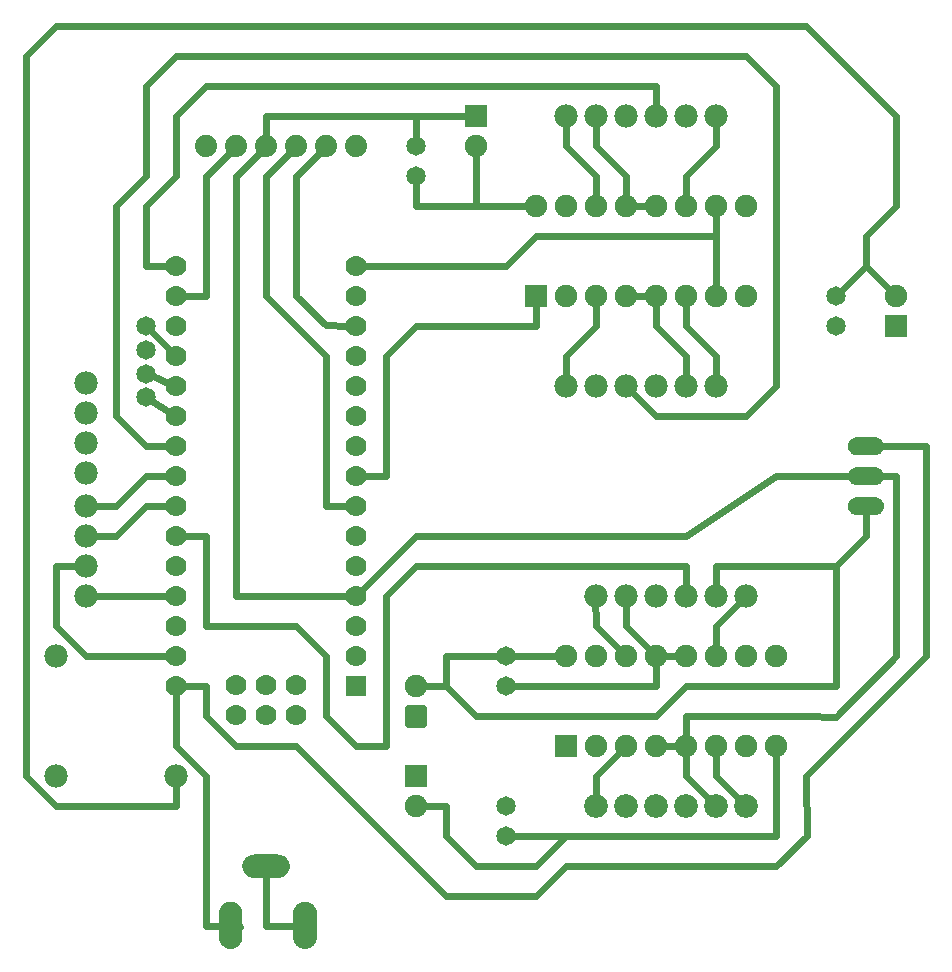
<source format=gtl>
G04 MADE WITH FRITZING*
G04 WWW.FRITZING.ORG*
G04 DOUBLE SIDED*
G04 HOLES PLATED*
G04 CONTOUR ON CENTER OF CONTOUR VECTOR*
%ASAXBY*%
%FSLAX23Y23*%
%MOIN*%
%OFA0B0*%
%SFA1.0B1.0*%
%ADD10C,0.078740*%
%ADD11C,0.078000*%
%ADD12C,0.065000*%
%ADD13C,0.075000*%
%ADD14C,0.079370*%
%ADD15C,0.060000*%
%ADD16C,0.070000*%
%ADD17C,0.074000*%
%ADD18R,0.075000X0.075000*%
%ADD19R,0.069958X0.070000*%
%ADD20C,0.024000*%
%ADD21C,0.020000*%
%ADD22R,0.001000X0.001000*%
%LNCOPPER1*%
G90*
G70*
G54D10*
X838Y301D03*
X1086Y301D03*
X956Y498D03*
X838Y301D03*
X1086Y301D03*
X956Y498D03*
G54D11*
X356Y1398D03*
X356Y1498D03*
X356Y1598D03*
X356Y1698D03*
X356Y1398D03*
X356Y1498D03*
X356Y1598D03*
X356Y1698D03*
X356Y2108D03*
X356Y2008D03*
X356Y1908D03*
X356Y1808D03*
X256Y798D03*
X656Y798D03*
X256Y798D03*
X656Y798D03*
X256Y1198D03*
X256Y798D03*
X256Y1198D03*
X256Y798D03*
G54D12*
X1756Y1198D03*
X1756Y1098D03*
X1756Y1198D03*
X1756Y1098D03*
X1456Y2798D03*
X1456Y2898D03*
X1456Y2798D03*
X1456Y2898D03*
X1756Y698D03*
X1756Y598D03*
X1756Y698D03*
X1756Y598D03*
X2856Y2298D03*
X2856Y2398D03*
X2856Y2298D03*
X2856Y2398D03*
G54D13*
X1656Y2998D03*
X1656Y2898D03*
X3056Y2298D03*
X3056Y2398D03*
X1456Y998D03*
X1456Y1098D03*
X1456Y798D03*
X1456Y698D03*
G54D14*
X2556Y698D03*
X2456Y698D03*
X2356Y698D03*
X2256Y698D03*
X2156Y698D03*
X2056Y698D03*
G54D11*
X2056Y1398D03*
X2156Y1398D03*
X2256Y1398D03*
X2356Y1398D03*
X2456Y1398D03*
X2556Y1398D03*
X2456Y2098D03*
X2356Y2098D03*
X2256Y2098D03*
X2156Y2098D03*
X2056Y2098D03*
X1956Y2098D03*
X1956Y2998D03*
X2056Y2998D03*
X2156Y2998D03*
X2256Y2998D03*
X2356Y2998D03*
X2456Y2998D03*
G54D15*
X2956Y1698D03*
X2956Y1798D03*
X2956Y1898D03*
X2956Y1698D03*
X2956Y1798D03*
X2956Y1898D03*
G54D16*
X1256Y1098D03*
X1256Y1198D03*
X1256Y1298D03*
X1256Y1398D03*
X1256Y1498D03*
X1256Y1598D03*
X1256Y1698D03*
X1256Y1798D03*
X1256Y1898D03*
X1256Y1998D03*
X1256Y2098D03*
X1256Y2198D03*
X1256Y2298D03*
X1256Y2398D03*
X1256Y2498D03*
X656Y1098D03*
X656Y1198D03*
X656Y1298D03*
X656Y1398D03*
X656Y1498D03*
X656Y1598D03*
X656Y1698D03*
X656Y1798D03*
X656Y1898D03*
X656Y1998D03*
X656Y2098D03*
X656Y2198D03*
X656Y2298D03*
X656Y2398D03*
X656Y2498D03*
X1056Y1003D03*
X1056Y1103D03*
X955Y1003D03*
X955Y1103D03*
X855Y1003D03*
X855Y1103D03*
G54D17*
X756Y2898D03*
X856Y2898D03*
X956Y2898D03*
X1056Y2898D03*
X1156Y2898D03*
X1256Y2898D03*
G54D13*
X1956Y898D03*
X1956Y1198D03*
X2056Y898D03*
X2056Y1198D03*
X2156Y898D03*
X2156Y1198D03*
X2256Y898D03*
X2256Y1198D03*
X2356Y898D03*
X2356Y1198D03*
X2456Y898D03*
X2456Y1198D03*
X2556Y898D03*
X2556Y1198D03*
X2656Y898D03*
X2656Y1198D03*
X1856Y2398D03*
X1856Y2698D03*
X1956Y2398D03*
X1956Y2698D03*
X2056Y2398D03*
X2056Y2698D03*
X2156Y2398D03*
X2156Y2698D03*
X2256Y2398D03*
X2256Y2698D03*
X2356Y2398D03*
X2356Y2698D03*
X2456Y2398D03*
X2456Y2698D03*
X2556Y2398D03*
X2556Y2698D03*
G54D12*
X556Y2298D03*
X556Y2220D03*
X556Y2141D03*
X556Y2062D03*
G54D18*
X1656Y2998D03*
X3056Y2298D03*
X1456Y798D03*
G54D19*
X1256Y1098D03*
G54D18*
X1956Y898D03*
X1856Y2398D03*
G54D20*
X656Y698D02*
X656Y768D01*
D02*
X956Y298D02*
X956Y398D01*
D02*
X956Y398D02*
X956Y468D01*
D02*
X1055Y301D02*
X956Y298D01*
D02*
X2356Y1598D02*
X2656Y1798D01*
D02*
X2656Y1798D02*
X2925Y1798D01*
D02*
X1456Y1598D02*
X2356Y1598D01*
D02*
X1276Y1419D02*
X1456Y1598D01*
D02*
X756Y298D02*
X756Y698D01*
D02*
X856Y298D02*
X756Y298D01*
D02*
X756Y798D02*
X656Y898D01*
D02*
X756Y698D02*
X756Y798D01*
D02*
X656Y898D02*
X656Y1069D01*
D02*
X868Y296D02*
X856Y298D01*
D02*
X1556Y1098D02*
X1484Y1098D01*
D02*
X2356Y2298D02*
X2356Y2370D01*
D02*
X2456Y2198D02*
X2356Y2298D01*
D02*
X2456Y2128D02*
X2456Y2198D01*
D02*
X2256Y2298D02*
X2256Y2370D01*
D02*
X2356Y2198D02*
X2256Y2298D01*
D02*
X2356Y2128D02*
X2356Y2198D01*
D02*
X1356Y1798D02*
X1356Y2198D01*
D02*
X1856Y2298D02*
X1856Y2370D01*
D02*
X1456Y2298D02*
X1856Y2298D01*
D02*
X1356Y2198D02*
X1456Y2298D01*
D02*
X1285Y1798D02*
X1356Y1798D01*
D02*
X2856Y1498D02*
X2456Y1498D01*
D02*
X2956Y1598D02*
X2856Y1498D01*
D02*
X2456Y1498D02*
X2456Y1428D01*
D02*
X2956Y1667D02*
X2956Y1598D01*
D02*
X3156Y1898D02*
X2987Y1898D01*
D02*
X3156Y1198D02*
X3156Y1898D01*
D02*
X3056Y1198D02*
X3056Y1798D01*
D02*
X3056Y1798D02*
X3056Y1798D01*
D02*
X3056Y1798D02*
X2987Y1798D01*
D02*
X3056Y1198D02*
X3056Y1198D01*
D02*
X629Y2110D02*
X577Y2132D01*
D02*
X635Y2219D02*
X572Y2282D01*
D02*
X656Y2798D02*
X556Y2698D01*
D02*
X556Y2698D02*
X556Y2498D01*
D02*
X556Y2498D02*
X627Y2498D01*
D02*
X456Y1998D02*
X556Y1898D01*
D02*
X2656Y3098D02*
X2556Y3198D01*
D02*
X2656Y2898D02*
X2656Y3098D01*
D02*
X456Y2698D02*
X456Y1998D01*
D02*
X556Y2798D02*
X456Y2698D01*
D02*
X2656Y2698D02*
X2656Y2898D01*
D02*
X756Y3098D02*
X656Y2998D01*
D02*
X2556Y3198D02*
X656Y3198D01*
D02*
X2656Y2098D02*
X2656Y2698D01*
D02*
X2556Y1998D02*
X2656Y2098D01*
D02*
X2255Y1999D02*
X2556Y1998D01*
D02*
X656Y3198D02*
X556Y3098D01*
D02*
X556Y3098D02*
X556Y2998D01*
D02*
X556Y2998D02*
X556Y2798D01*
D02*
X556Y1898D02*
X627Y1898D01*
D02*
X2256Y3098D02*
X756Y3098D01*
D02*
X656Y2998D02*
X656Y2798D01*
D02*
X2177Y2077D02*
X2255Y1999D01*
D02*
X2256Y3028D02*
X2256Y3098D01*
D02*
X556Y1798D02*
X456Y1698D01*
D02*
X456Y1698D02*
X386Y1698D01*
D02*
X627Y1798D02*
X556Y1798D01*
D02*
X556Y1698D02*
X456Y1598D01*
D02*
X456Y1598D02*
X386Y1598D01*
D02*
X627Y1698D02*
X556Y1698D01*
D02*
X627Y1398D02*
X386Y1398D01*
D02*
X631Y2014D02*
X576Y2049D01*
D02*
X756Y2798D02*
X756Y2398D01*
D02*
X756Y2398D02*
X685Y2398D01*
D02*
X834Y2876D02*
X756Y2798D01*
D02*
X956Y2398D02*
X1156Y2198D01*
D02*
X1156Y2198D02*
X1156Y1698D01*
D02*
X956Y2798D02*
X956Y2398D01*
D02*
X2356Y2798D02*
X2456Y2898D01*
D02*
X2456Y2898D02*
X2456Y2998D01*
D02*
X2356Y2698D02*
X2356Y2798D01*
D02*
X1956Y2198D02*
X1956Y2128D01*
D02*
X2056Y2298D02*
X1956Y2198D01*
D02*
X2056Y2398D02*
X2056Y2298D01*
D02*
X1056Y2398D02*
X1056Y2798D01*
D02*
X1056Y2798D02*
X1134Y2876D01*
D02*
X1156Y2302D02*
X1056Y2398D01*
D02*
X1156Y1698D02*
X1227Y1698D01*
D02*
X2056Y2798D02*
X1956Y2898D01*
D02*
X1956Y2898D02*
X1956Y2998D01*
D02*
X2056Y2727D02*
X2056Y2798D01*
D02*
X1034Y2876D02*
X956Y2798D01*
D02*
X1227Y2299D02*
X1156Y2302D01*
D02*
X2056Y1298D02*
X2052Y1398D01*
D02*
X2052Y1398D02*
X2026Y1398D01*
D02*
X2456Y1298D02*
X2556Y1398D01*
D02*
X2136Y1219D02*
X2056Y1298D01*
D02*
X2456Y1227D02*
X2456Y1298D01*
D02*
X1656Y2698D02*
X1456Y2698D01*
D02*
X1456Y2698D02*
X1456Y2773D01*
D02*
X2056Y798D02*
X2056Y698D01*
D02*
X1827Y2698D02*
X1656Y2698D01*
D02*
X2136Y878D02*
X2056Y798D01*
D02*
X3056Y2998D02*
X3056Y2698D01*
D02*
X3056Y2698D02*
X2956Y2598D01*
D02*
X156Y798D02*
X156Y1398D01*
D02*
X256Y698D02*
X156Y798D01*
D02*
X156Y1398D02*
X156Y3198D01*
D02*
X456Y698D02*
X256Y698D01*
D02*
X656Y698D02*
X456Y698D01*
D02*
X2756Y3298D02*
X3056Y2998D01*
D02*
X2556Y3298D02*
X2756Y3298D01*
D02*
X256Y3298D02*
X2556Y3298D01*
D02*
X156Y3198D02*
X256Y3298D01*
D02*
X1556Y1198D02*
X1731Y1198D01*
D02*
X1556Y1098D02*
X1556Y1198D01*
D02*
X1656Y998D02*
X1556Y1098D01*
D02*
X1756Y998D02*
X1656Y998D01*
D02*
X2227Y2398D02*
X2184Y2398D01*
D02*
X2227Y2698D02*
X2184Y2698D01*
D02*
X2327Y898D02*
X2284Y898D01*
D02*
X2327Y1198D02*
X2284Y1198D01*
D02*
X1856Y2598D02*
X1956Y2598D01*
D02*
X1956Y2598D02*
X2456Y2598D01*
D02*
X1756Y2498D02*
X1856Y2598D01*
D02*
X2456Y2598D02*
X2456Y2427D01*
D02*
X1285Y2498D02*
X1756Y2498D01*
D02*
X2759Y598D02*
X2756Y798D01*
D02*
X2756Y798D02*
X2856Y898D01*
D02*
X2956Y998D02*
X3156Y1198D01*
D02*
X2856Y898D02*
X2956Y998D01*
D02*
X2656Y498D02*
X2759Y598D01*
D02*
X1856Y398D02*
X1956Y498D01*
D02*
X2456Y498D02*
X2656Y498D01*
D02*
X1556Y398D02*
X1656Y398D01*
D02*
X2156Y498D02*
X2456Y498D01*
D02*
X1456Y498D02*
X1556Y398D01*
D02*
X1656Y398D02*
X1856Y398D01*
D02*
X1956Y498D02*
X2156Y498D01*
D02*
X1556Y398D02*
X1456Y498D01*
D02*
X1156Y798D02*
X1556Y398D01*
D02*
X756Y1098D02*
X756Y998D01*
D02*
X856Y898D02*
X1056Y898D01*
D02*
X756Y998D02*
X856Y898D01*
D02*
X1056Y898D02*
X1156Y798D01*
D02*
X685Y1098D02*
X756Y1098D01*
D02*
X1656Y998D02*
X1756Y998D01*
D02*
X1756Y998D02*
X2256Y998D01*
D02*
X2256Y998D02*
X2356Y1098D01*
D02*
X2356Y1098D02*
X2856Y1098D01*
D02*
X2856Y1098D02*
X2856Y1498D01*
D02*
X1356Y898D02*
X1356Y998D01*
D02*
X1256Y898D02*
X1356Y898D01*
D02*
X1156Y998D02*
X1256Y898D01*
D02*
X1156Y1198D02*
X1156Y998D01*
D02*
X1056Y1298D02*
X1156Y1198D01*
D02*
X1356Y1398D02*
X1456Y1498D01*
D02*
X1756Y1498D02*
X2356Y1498D01*
D02*
X1356Y998D02*
X1356Y1398D01*
D02*
X1456Y1498D02*
X1756Y1498D01*
D02*
X2356Y1498D02*
X2356Y1428D01*
D02*
X756Y1298D02*
X1056Y1298D01*
D02*
X756Y1598D02*
X756Y1298D01*
D02*
X685Y1598D02*
X756Y1598D01*
D02*
X2456Y2598D02*
X2456Y2670D01*
D02*
X2956Y2498D02*
X3036Y2419D01*
D02*
X1927Y1198D02*
X1781Y1198D01*
D02*
X2873Y2416D02*
X2956Y2498D01*
D02*
X1956Y598D02*
X1781Y598D01*
D02*
X2956Y2498D02*
X2873Y2416D01*
D02*
X2656Y598D02*
X1956Y598D01*
D02*
X2656Y870D02*
X2656Y598D01*
D02*
X2956Y2598D02*
X2956Y2498D01*
D02*
X856Y1398D02*
X856Y2798D01*
D02*
X856Y2798D02*
X934Y2876D01*
D02*
X1227Y1398D02*
X856Y1398D01*
D02*
X2356Y798D02*
X2434Y720D01*
D02*
X2156Y1298D02*
X2156Y1398D01*
D02*
X2356Y870D02*
X2356Y798D01*
D02*
X2236Y1219D02*
X2156Y1298D01*
D02*
X2156Y2798D02*
X2056Y2898D01*
D02*
X2056Y2898D02*
X2056Y2998D01*
D02*
X2156Y2727D02*
X2156Y2798D01*
D02*
X2256Y1098D02*
X1781Y1098D01*
D02*
X2256Y1170D02*
X2256Y1098D01*
D02*
X1456Y2998D02*
X1627Y2998D01*
D02*
X956Y2998D02*
X1456Y2998D01*
D02*
X2356Y998D02*
X2756Y998D01*
D02*
X2855Y997D02*
X3056Y1198D01*
D02*
X2756Y998D02*
X2855Y997D01*
D02*
X2356Y927D02*
X2356Y998D01*
D02*
X956Y2929D02*
X956Y2998D01*
D02*
X456Y1198D02*
X627Y1198D01*
D02*
X356Y1198D02*
X456Y1198D01*
D02*
X256Y1298D02*
X356Y1198D01*
D02*
X256Y1498D02*
X256Y1298D01*
D02*
X326Y1498D02*
X256Y1498D01*
D02*
X1656Y498D02*
X1556Y598D01*
D02*
X1556Y598D02*
X1556Y698D01*
D02*
X1856Y498D02*
X1656Y498D01*
D02*
X1556Y698D02*
X1484Y698D01*
D02*
X1956Y598D02*
X1856Y498D01*
D02*
X1456Y2998D02*
X1456Y2923D01*
D02*
X1656Y2698D02*
X1656Y2870D01*
D02*
X2456Y798D02*
X2456Y870D01*
D02*
X2534Y720D02*
X2456Y798D01*
G54D21*
X1428Y1026D02*
X1483Y1026D01*
X1483Y971D01*
X1428Y971D01*
X1428Y1026D01*
D02*
G54D22*
X2920Y1928D02*
X2990Y1928D01*
X2916Y1927D02*
X2994Y1927D01*
X2913Y1926D02*
X2996Y1926D01*
X2911Y1925D02*
X2998Y1925D01*
X2910Y1924D02*
X3000Y1924D01*
X2908Y1923D02*
X3002Y1923D01*
X2907Y1922D02*
X3003Y1922D01*
X2906Y1921D02*
X3004Y1921D01*
X2904Y1920D02*
X3005Y1920D01*
X2903Y1919D02*
X3006Y1919D01*
X2903Y1918D02*
X2950Y1918D01*
X2960Y1918D02*
X3007Y1918D01*
X2902Y1917D02*
X2947Y1917D01*
X2963Y1917D02*
X3008Y1917D01*
X2901Y1916D02*
X2945Y1916D01*
X2965Y1916D02*
X3009Y1916D01*
X2900Y1915D02*
X2943Y1915D01*
X2967Y1915D02*
X3009Y1915D01*
X2900Y1914D02*
X2942Y1914D01*
X2968Y1914D02*
X3010Y1914D01*
X2899Y1913D02*
X2941Y1913D01*
X2969Y1913D02*
X3011Y1913D01*
X2899Y1912D02*
X2940Y1912D01*
X2970Y1912D02*
X3011Y1912D01*
X2898Y1911D02*
X2939Y1911D01*
X2971Y1911D02*
X3012Y1911D01*
X2898Y1910D02*
X2938Y1910D01*
X2972Y1910D02*
X3012Y1910D01*
X2897Y1909D02*
X2937Y1909D01*
X2972Y1909D02*
X3012Y1909D01*
X2897Y1908D02*
X2937Y1908D01*
X2973Y1908D02*
X3013Y1908D01*
X2897Y1907D02*
X2936Y1907D01*
X2973Y1907D02*
X3013Y1907D01*
X2896Y1906D02*
X2936Y1906D01*
X2974Y1906D02*
X3013Y1906D01*
X2896Y1905D02*
X2936Y1905D01*
X2974Y1905D02*
X3014Y1905D01*
X2896Y1904D02*
X2935Y1904D01*
X2975Y1904D02*
X3014Y1904D01*
X2896Y1903D02*
X2935Y1903D01*
X2975Y1903D02*
X3014Y1903D01*
X2896Y1902D02*
X2935Y1902D01*
X2975Y1902D02*
X3014Y1902D01*
X2895Y1901D02*
X2935Y1901D01*
X2975Y1901D02*
X3014Y1901D01*
X2895Y1900D02*
X2935Y1900D01*
X2975Y1900D02*
X3014Y1900D01*
X2895Y1899D02*
X2934Y1899D01*
X2975Y1899D02*
X3014Y1899D01*
X2895Y1898D02*
X2934Y1898D01*
X2975Y1898D02*
X3014Y1898D01*
X2895Y1897D02*
X2935Y1897D01*
X2975Y1897D02*
X3014Y1897D01*
X2895Y1896D02*
X2935Y1896D01*
X2975Y1896D02*
X3014Y1896D01*
X2896Y1895D02*
X2935Y1895D01*
X2975Y1895D02*
X3014Y1895D01*
X2896Y1894D02*
X2935Y1894D01*
X2975Y1894D02*
X3014Y1894D01*
X2896Y1893D02*
X2935Y1893D01*
X2974Y1893D02*
X3014Y1893D01*
X2896Y1892D02*
X2936Y1892D01*
X2974Y1892D02*
X3014Y1892D01*
X2896Y1891D02*
X2936Y1891D01*
X2974Y1891D02*
X3013Y1891D01*
X2897Y1890D02*
X2936Y1890D01*
X2973Y1890D02*
X3013Y1890D01*
X2897Y1889D02*
X2937Y1889D01*
X2973Y1889D02*
X3013Y1889D01*
X2897Y1888D02*
X2937Y1888D01*
X2972Y1888D02*
X3012Y1888D01*
X2898Y1887D02*
X2938Y1887D01*
X2972Y1887D02*
X3012Y1887D01*
X2898Y1886D02*
X2939Y1886D01*
X2971Y1886D02*
X3012Y1886D01*
X2899Y1885D02*
X2940Y1885D01*
X2970Y1885D02*
X3011Y1885D01*
X2899Y1884D02*
X2941Y1884D01*
X2969Y1884D02*
X3011Y1884D01*
X2900Y1883D02*
X2942Y1883D01*
X2968Y1883D02*
X3010Y1883D01*
X2900Y1882D02*
X2943Y1882D01*
X2967Y1882D02*
X3009Y1882D01*
X2901Y1881D02*
X2945Y1881D01*
X2965Y1881D02*
X3009Y1881D01*
X2902Y1880D02*
X2947Y1880D01*
X2963Y1880D02*
X3008Y1880D01*
X2903Y1879D02*
X2950Y1879D01*
X2959Y1879D02*
X3007Y1879D01*
X2904Y1878D02*
X3006Y1878D01*
X2905Y1877D02*
X3005Y1877D01*
X2906Y1876D02*
X3004Y1876D01*
X2907Y1875D02*
X3003Y1875D01*
X2908Y1874D02*
X3002Y1874D01*
X2910Y1873D02*
X3000Y1873D01*
X2911Y1872D02*
X2998Y1872D01*
X2913Y1871D02*
X2996Y1871D01*
X2916Y1870D02*
X2994Y1870D01*
X2920Y1869D02*
X2989Y1869D01*
X2920Y1828D02*
X2990Y1828D01*
X2916Y1827D02*
X2994Y1827D01*
X2913Y1826D02*
X2996Y1826D01*
X2911Y1825D02*
X2998Y1825D01*
X2910Y1824D02*
X3000Y1824D01*
X2908Y1823D02*
X3002Y1823D01*
X2907Y1822D02*
X3003Y1822D01*
X2906Y1821D02*
X3004Y1821D01*
X2904Y1820D02*
X3005Y1820D01*
X2903Y1819D02*
X3006Y1819D01*
X2903Y1818D02*
X2950Y1818D01*
X2960Y1818D02*
X3007Y1818D01*
X2902Y1817D02*
X2947Y1817D01*
X2963Y1817D02*
X3008Y1817D01*
X2901Y1816D02*
X2945Y1816D01*
X2965Y1816D02*
X3009Y1816D01*
X2900Y1815D02*
X2943Y1815D01*
X2967Y1815D02*
X3009Y1815D01*
X2900Y1814D02*
X2942Y1814D01*
X2968Y1814D02*
X3010Y1814D01*
X2899Y1813D02*
X2941Y1813D01*
X2969Y1813D02*
X3011Y1813D01*
X2899Y1812D02*
X2940Y1812D01*
X2970Y1812D02*
X3011Y1812D01*
X2898Y1811D02*
X2939Y1811D01*
X2971Y1811D02*
X3012Y1811D01*
X2898Y1810D02*
X2938Y1810D01*
X2972Y1810D02*
X3012Y1810D01*
X2897Y1809D02*
X2937Y1809D01*
X2972Y1809D02*
X3012Y1809D01*
X2897Y1808D02*
X2937Y1808D01*
X2973Y1808D02*
X3013Y1808D01*
X2897Y1807D02*
X2936Y1807D01*
X2973Y1807D02*
X3013Y1807D01*
X2896Y1806D02*
X2936Y1806D01*
X2974Y1806D02*
X3013Y1806D01*
X2896Y1805D02*
X2936Y1805D01*
X2974Y1805D02*
X3014Y1805D01*
X2896Y1804D02*
X2935Y1804D01*
X2975Y1804D02*
X3014Y1804D01*
X2896Y1803D02*
X2935Y1803D01*
X2975Y1803D02*
X3014Y1803D01*
X2896Y1802D02*
X2935Y1802D01*
X2975Y1802D02*
X3014Y1802D01*
X2895Y1801D02*
X2935Y1801D01*
X2975Y1801D02*
X3014Y1801D01*
X2895Y1800D02*
X2935Y1800D01*
X2975Y1800D02*
X3014Y1800D01*
X2895Y1799D02*
X2934Y1799D01*
X2975Y1799D02*
X3014Y1799D01*
X2895Y1798D02*
X2934Y1798D01*
X2975Y1798D02*
X3014Y1798D01*
X2895Y1797D02*
X2935Y1797D01*
X2975Y1797D02*
X3014Y1797D01*
X2895Y1796D02*
X2935Y1796D01*
X2975Y1796D02*
X3014Y1796D01*
X2896Y1795D02*
X2935Y1795D01*
X2975Y1795D02*
X3014Y1795D01*
X2896Y1794D02*
X2935Y1794D01*
X2975Y1794D02*
X3014Y1794D01*
X2896Y1793D02*
X2935Y1793D01*
X2974Y1793D02*
X3014Y1793D01*
X2896Y1792D02*
X2936Y1792D01*
X2974Y1792D02*
X3014Y1792D01*
X2896Y1791D02*
X2936Y1791D01*
X2974Y1791D02*
X3013Y1791D01*
X2897Y1790D02*
X2936Y1790D01*
X2973Y1790D02*
X3013Y1790D01*
X2897Y1789D02*
X2937Y1789D01*
X2973Y1789D02*
X3013Y1789D01*
X2897Y1788D02*
X2937Y1788D01*
X2972Y1788D02*
X3012Y1788D01*
X2898Y1787D02*
X2938Y1787D01*
X2972Y1787D02*
X3012Y1787D01*
X2898Y1786D02*
X2939Y1786D01*
X2971Y1786D02*
X3012Y1786D01*
X2899Y1785D02*
X2940Y1785D01*
X2970Y1785D02*
X3011Y1785D01*
X2899Y1784D02*
X2941Y1784D01*
X2969Y1784D02*
X3011Y1784D01*
X2900Y1783D02*
X2942Y1783D01*
X2968Y1783D02*
X3010Y1783D01*
X2900Y1782D02*
X2943Y1782D01*
X2967Y1782D02*
X3009Y1782D01*
X2901Y1781D02*
X2945Y1781D01*
X2965Y1781D02*
X3009Y1781D01*
X2902Y1780D02*
X2947Y1780D01*
X2963Y1780D02*
X3008Y1780D01*
X2903Y1779D02*
X2950Y1779D01*
X2959Y1779D02*
X3007Y1779D01*
X2904Y1778D02*
X3006Y1778D01*
X2905Y1777D02*
X3005Y1777D01*
X2906Y1776D02*
X3004Y1776D01*
X2907Y1775D02*
X3003Y1775D01*
X2908Y1774D02*
X3002Y1774D01*
X2910Y1773D02*
X3000Y1773D01*
X2911Y1772D02*
X2998Y1772D01*
X2914Y1771D02*
X2996Y1771D01*
X2916Y1770D02*
X2994Y1770D01*
X2920Y1769D02*
X2989Y1769D01*
X2920Y1728D02*
X2990Y1728D01*
X2916Y1727D02*
X2994Y1727D01*
X2913Y1726D02*
X2996Y1726D01*
X2911Y1725D02*
X2999Y1725D01*
X2910Y1724D02*
X3000Y1724D01*
X2908Y1723D02*
X3002Y1723D01*
X2907Y1722D02*
X3003Y1722D01*
X2905Y1721D02*
X3004Y1721D01*
X2904Y1720D02*
X3005Y1720D01*
X2903Y1719D02*
X3006Y1719D01*
X2903Y1718D02*
X2950Y1718D01*
X2960Y1718D02*
X3007Y1718D01*
X2902Y1717D02*
X2947Y1717D01*
X2963Y1717D02*
X3008Y1717D01*
X2901Y1716D02*
X2945Y1716D01*
X2965Y1716D02*
X3009Y1716D01*
X2900Y1715D02*
X2943Y1715D01*
X2967Y1715D02*
X3009Y1715D01*
X2900Y1714D02*
X2942Y1714D01*
X2968Y1714D02*
X3010Y1714D01*
X2899Y1713D02*
X2941Y1713D01*
X2969Y1713D02*
X3011Y1713D01*
X2899Y1712D02*
X2940Y1712D01*
X2970Y1712D02*
X3011Y1712D01*
X2898Y1711D02*
X2939Y1711D01*
X2971Y1711D02*
X3012Y1711D01*
X2898Y1710D02*
X2938Y1710D01*
X2972Y1710D02*
X3012Y1710D01*
X2897Y1709D02*
X2937Y1709D01*
X2972Y1709D02*
X3012Y1709D01*
X2897Y1708D02*
X2937Y1708D01*
X2973Y1708D02*
X3013Y1708D01*
X2897Y1707D02*
X2936Y1707D01*
X2973Y1707D02*
X3013Y1707D01*
X2896Y1706D02*
X2936Y1706D01*
X2974Y1706D02*
X3013Y1706D01*
X2896Y1705D02*
X2936Y1705D01*
X2974Y1705D02*
X3014Y1705D01*
X2896Y1704D02*
X2935Y1704D01*
X2975Y1704D02*
X3014Y1704D01*
X2896Y1703D02*
X2935Y1703D01*
X2975Y1703D02*
X3014Y1703D01*
X2896Y1702D02*
X2935Y1702D01*
X2975Y1702D02*
X3014Y1702D01*
X2895Y1701D02*
X2935Y1701D01*
X2975Y1701D02*
X3014Y1701D01*
X2895Y1700D02*
X2935Y1700D01*
X2975Y1700D02*
X3014Y1700D01*
X2895Y1699D02*
X2934Y1699D01*
X2975Y1699D02*
X3014Y1699D01*
X2895Y1698D02*
X2934Y1698D01*
X2975Y1698D02*
X3014Y1698D01*
X2895Y1697D02*
X2935Y1697D01*
X2975Y1697D02*
X3014Y1697D01*
X2896Y1696D02*
X2935Y1696D01*
X2975Y1696D02*
X3014Y1696D01*
X2896Y1695D02*
X2935Y1695D01*
X2975Y1695D02*
X3014Y1695D01*
X2896Y1694D02*
X2935Y1694D01*
X2975Y1694D02*
X3014Y1694D01*
X2896Y1693D02*
X2935Y1693D01*
X2974Y1693D02*
X3014Y1693D01*
X2896Y1692D02*
X2936Y1692D01*
X2974Y1692D02*
X3014Y1692D01*
X2896Y1691D02*
X2936Y1691D01*
X2974Y1691D02*
X3013Y1691D01*
X2897Y1690D02*
X2936Y1690D01*
X2973Y1690D02*
X3013Y1690D01*
X2897Y1689D02*
X2937Y1689D01*
X2973Y1689D02*
X3013Y1689D01*
X2897Y1688D02*
X2937Y1688D01*
X2972Y1688D02*
X3012Y1688D01*
X2898Y1687D02*
X2938Y1687D01*
X2972Y1687D02*
X3012Y1687D01*
X2898Y1686D02*
X2939Y1686D01*
X2971Y1686D02*
X3012Y1686D01*
X2899Y1685D02*
X2940Y1685D01*
X2970Y1685D02*
X3011Y1685D01*
X2899Y1684D02*
X2941Y1684D01*
X2969Y1684D02*
X3011Y1684D01*
X2900Y1683D02*
X2942Y1683D01*
X2968Y1683D02*
X3010Y1683D01*
X2900Y1682D02*
X2943Y1682D01*
X2967Y1682D02*
X3009Y1682D01*
X2901Y1681D02*
X2945Y1681D01*
X2965Y1681D02*
X3009Y1681D01*
X2902Y1680D02*
X2947Y1680D01*
X2963Y1680D02*
X3008Y1680D01*
X2903Y1679D02*
X2950Y1679D01*
X2959Y1679D02*
X3007Y1679D01*
X2904Y1678D02*
X3006Y1678D01*
X2905Y1677D02*
X3005Y1677D01*
X2906Y1676D02*
X3004Y1676D01*
X2907Y1675D02*
X3003Y1675D01*
X2908Y1674D02*
X3002Y1674D01*
X2910Y1673D02*
X3000Y1673D01*
X2911Y1672D02*
X2998Y1672D01*
X2914Y1671D02*
X2996Y1671D01*
X2916Y1670D02*
X2993Y1670D01*
X2921Y1669D02*
X2989Y1669D01*
X914Y538D02*
X996Y538D01*
X907Y537D02*
X1003Y537D01*
X904Y536D02*
X1007Y536D01*
X901Y535D02*
X1009Y535D01*
X899Y534D02*
X1011Y534D01*
X897Y533D02*
X1013Y533D01*
X895Y532D02*
X1015Y532D01*
X894Y531D02*
X1017Y531D01*
X892Y530D02*
X1018Y530D01*
X891Y529D02*
X1019Y529D01*
X890Y528D02*
X1020Y528D01*
X889Y527D02*
X1021Y527D01*
X888Y526D02*
X1022Y526D01*
X887Y525D02*
X1023Y525D01*
X886Y524D02*
X1024Y524D01*
X885Y523D02*
X1025Y523D01*
X885Y522D02*
X1026Y522D01*
X884Y521D02*
X1026Y521D01*
X883Y520D02*
X1027Y520D01*
X883Y519D02*
X1028Y519D01*
X882Y518D02*
X951Y518D01*
X960Y518D02*
X1028Y518D01*
X881Y517D02*
X947Y517D01*
X963Y517D02*
X1029Y517D01*
X881Y516D02*
X945Y516D01*
X965Y516D02*
X1029Y516D01*
X880Y515D02*
X944Y515D01*
X967Y515D02*
X1030Y515D01*
X880Y514D02*
X942Y514D01*
X968Y514D02*
X1030Y514D01*
X880Y513D02*
X941Y513D01*
X969Y513D02*
X1031Y513D01*
X879Y512D02*
X940Y512D01*
X970Y512D02*
X1031Y512D01*
X879Y511D02*
X939Y511D01*
X971Y511D02*
X1031Y511D01*
X879Y510D02*
X939Y510D01*
X972Y510D02*
X1032Y510D01*
X878Y509D02*
X938Y509D01*
X972Y509D02*
X1032Y509D01*
X878Y508D02*
X937Y508D01*
X973Y508D02*
X1032Y508D01*
X878Y507D02*
X937Y507D01*
X973Y507D02*
X1032Y507D01*
X878Y506D02*
X936Y506D01*
X974Y506D02*
X1033Y506D01*
X877Y505D02*
X936Y505D01*
X974Y505D02*
X1033Y505D01*
X877Y504D02*
X936Y504D01*
X975Y504D02*
X1033Y504D01*
X877Y503D02*
X935Y503D01*
X975Y503D02*
X1033Y503D01*
X877Y502D02*
X935Y502D01*
X975Y502D02*
X1033Y502D01*
X877Y501D02*
X935Y501D01*
X975Y501D02*
X1033Y501D01*
X877Y500D02*
X935Y500D01*
X975Y500D02*
X1033Y500D01*
X877Y499D02*
X935Y499D01*
X975Y499D02*
X1033Y499D01*
X877Y498D02*
X935Y498D01*
X975Y498D02*
X1033Y498D01*
X877Y497D02*
X935Y497D01*
X975Y497D02*
X1033Y497D01*
X877Y496D02*
X935Y496D01*
X975Y496D02*
X1033Y496D01*
X877Y495D02*
X935Y495D01*
X975Y495D02*
X1033Y495D01*
X877Y494D02*
X936Y494D01*
X975Y494D02*
X1033Y494D01*
X877Y493D02*
X936Y493D01*
X974Y493D02*
X1033Y493D01*
X878Y492D02*
X936Y492D01*
X974Y492D02*
X1033Y492D01*
X878Y491D02*
X937Y491D01*
X974Y491D02*
X1033Y491D01*
X878Y490D02*
X937Y490D01*
X973Y490D02*
X1032Y490D01*
X878Y489D02*
X938Y489D01*
X973Y489D02*
X1032Y489D01*
X878Y488D02*
X938Y488D01*
X972Y488D02*
X1032Y488D01*
X879Y487D02*
X939Y487D01*
X971Y487D02*
X1032Y487D01*
X879Y486D02*
X940Y486D01*
X971Y486D02*
X1031Y486D01*
X879Y485D02*
X941Y485D01*
X970Y485D02*
X1031Y485D01*
X880Y484D02*
X942Y484D01*
X969Y484D02*
X1030Y484D01*
X880Y483D02*
X943Y483D01*
X967Y483D02*
X1030Y483D01*
X881Y482D02*
X944Y482D01*
X966Y482D02*
X1030Y482D01*
X881Y481D02*
X946Y481D01*
X964Y481D02*
X1029Y481D01*
X882Y480D02*
X949Y480D01*
X961Y480D02*
X1029Y480D01*
X882Y479D02*
X1028Y479D01*
X883Y478D02*
X1027Y478D01*
X883Y477D02*
X1027Y477D01*
X884Y476D02*
X1026Y476D01*
X885Y475D02*
X1025Y475D01*
X886Y474D02*
X1025Y474D01*
X887Y473D02*
X1024Y473D01*
X887Y472D02*
X1023Y472D01*
X888Y471D02*
X1022Y471D01*
X889Y470D02*
X1021Y470D01*
X891Y469D02*
X1020Y469D01*
X892Y468D02*
X1019Y468D01*
X893Y467D02*
X1017Y467D01*
X894Y466D02*
X1016Y466D01*
X896Y465D02*
X1014Y465D01*
X898Y464D02*
X1013Y464D01*
X900Y463D02*
X1010Y463D01*
X902Y462D02*
X1008Y462D01*
X905Y461D02*
X1005Y461D01*
X909Y460D02*
X1001Y460D01*
X831Y380D02*
X843Y380D01*
X1079Y380D02*
X1091Y380D01*
X826Y379D02*
X848Y379D01*
X1074Y379D02*
X1096Y379D01*
X823Y378D02*
X851Y378D01*
X1071Y378D02*
X1099Y378D01*
X821Y377D02*
X853Y377D01*
X1069Y377D02*
X1101Y377D01*
X819Y376D02*
X855Y376D01*
X1067Y376D02*
X1103Y376D01*
X817Y375D02*
X857Y375D01*
X1065Y375D02*
X1105Y375D01*
X816Y374D02*
X858Y374D01*
X1064Y374D02*
X1106Y374D01*
X814Y373D02*
X860Y373D01*
X1062Y373D02*
X1108Y373D01*
X813Y372D02*
X861Y372D01*
X1061Y372D02*
X1109Y372D01*
X812Y371D02*
X862Y371D01*
X1060Y371D02*
X1110Y371D01*
X811Y370D02*
X863Y370D01*
X1059Y370D02*
X1111Y370D01*
X810Y369D02*
X864Y369D01*
X1058Y369D02*
X1112Y369D01*
X809Y368D02*
X865Y368D01*
X1057Y368D02*
X1113Y368D01*
X808Y367D02*
X866Y367D01*
X1056Y367D02*
X1114Y367D01*
X807Y366D02*
X867Y366D01*
X1055Y366D02*
X1115Y366D01*
X806Y365D02*
X868Y365D01*
X1054Y365D02*
X1116Y365D01*
X805Y364D02*
X869Y364D01*
X1053Y364D02*
X1117Y364D01*
X805Y363D02*
X869Y363D01*
X1053Y363D02*
X1117Y363D01*
X804Y362D02*
X870Y362D01*
X1052Y362D02*
X1118Y362D01*
X804Y361D02*
X871Y361D01*
X1052Y361D02*
X1119Y361D01*
X803Y360D02*
X871Y360D01*
X1051Y360D02*
X1119Y360D01*
X802Y359D02*
X872Y359D01*
X1050Y359D02*
X1120Y359D01*
X802Y358D02*
X872Y358D01*
X1050Y358D02*
X1120Y358D01*
X801Y357D02*
X873Y357D01*
X1049Y357D02*
X1121Y357D01*
X801Y356D02*
X873Y356D01*
X1049Y356D02*
X1121Y356D01*
X801Y355D02*
X873Y355D01*
X1049Y355D02*
X1121Y355D01*
X800Y354D02*
X874Y354D01*
X1048Y354D02*
X1122Y354D01*
X800Y353D02*
X874Y353D01*
X1048Y353D02*
X1122Y353D01*
X800Y352D02*
X874Y352D01*
X1048Y352D02*
X1122Y352D01*
X799Y351D02*
X875Y351D01*
X1047Y351D02*
X1123Y351D01*
X799Y350D02*
X875Y350D01*
X1047Y350D02*
X1123Y350D01*
X799Y349D02*
X875Y349D01*
X1047Y349D02*
X1123Y349D01*
X799Y348D02*
X875Y348D01*
X1047Y348D02*
X1123Y348D01*
X799Y347D02*
X875Y347D01*
X1047Y347D02*
X1123Y347D01*
X798Y346D02*
X876Y346D01*
X1046Y346D02*
X1124Y346D01*
X798Y345D02*
X876Y345D01*
X1046Y345D02*
X1124Y345D01*
X798Y344D02*
X876Y344D01*
X1046Y344D02*
X1124Y344D01*
X798Y343D02*
X876Y343D01*
X1046Y343D02*
X1124Y343D01*
X798Y342D02*
X876Y342D01*
X1046Y342D02*
X1124Y342D01*
X798Y341D02*
X876Y341D01*
X1046Y341D02*
X1124Y341D01*
X798Y340D02*
X876Y340D01*
X1046Y340D02*
X1124Y340D01*
X798Y339D02*
X876Y339D01*
X1046Y339D02*
X1124Y339D01*
X798Y338D02*
X876Y338D01*
X1046Y338D02*
X1124Y338D01*
X798Y337D02*
X876Y337D01*
X1046Y337D02*
X1124Y337D01*
X798Y336D02*
X876Y336D01*
X1046Y336D02*
X1124Y336D01*
X798Y335D02*
X876Y335D01*
X1046Y335D02*
X1124Y335D01*
X798Y334D02*
X876Y334D01*
X1046Y334D02*
X1124Y334D01*
X798Y333D02*
X876Y333D01*
X1046Y333D02*
X1124Y333D01*
X798Y332D02*
X876Y332D01*
X1046Y332D02*
X1124Y332D01*
X798Y331D02*
X876Y331D01*
X1046Y331D02*
X1124Y331D01*
X798Y330D02*
X876Y330D01*
X1046Y330D02*
X1124Y330D01*
X798Y329D02*
X876Y329D01*
X1046Y329D02*
X1124Y329D01*
X798Y328D02*
X876Y328D01*
X1046Y328D02*
X1124Y328D01*
X798Y327D02*
X876Y327D01*
X1046Y327D02*
X1124Y327D01*
X798Y326D02*
X876Y326D01*
X1046Y326D02*
X1124Y326D01*
X798Y325D02*
X876Y325D01*
X1046Y325D02*
X1124Y325D01*
X798Y324D02*
X876Y324D01*
X1046Y324D02*
X1124Y324D01*
X798Y323D02*
X876Y323D01*
X1046Y323D02*
X1124Y323D01*
X798Y322D02*
X876Y322D01*
X1046Y322D02*
X1124Y322D01*
X798Y321D02*
X832Y321D01*
X842Y321D02*
X876Y321D01*
X1046Y321D02*
X1080Y321D01*
X1090Y321D02*
X1124Y321D01*
X798Y320D02*
X829Y320D01*
X845Y320D02*
X876Y320D01*
X1046Y320D02*
X1077Y320D01*
X1093Y320D02*
X1124Y320D01*
X798Y319D02*
X827Y319D01*
X847Y319D02*
X876Y319D01*
X1046Y319D02*
X1075Y319D01*
X1095Y319D02*
X1124Y319D01*
X798Y318D02*
X825Y318D01*
X849Y318D02*
X876Y318D01*
X1046Y318D02*
X1073Y318D01*
X1097Y318D02*
X1124Y318D01*
X798Y317D02*
X824Y317D01*
X850Y317D02*
X876Y317D01*
X1046Y317D02*
X1072Y317D01*
X1098Y317D02*
X1124Y317D01*
X798Y316D02*
X823Y316D01*
X851Y316D02*
X876Y316D01*
X1046Y316D02*
X1071Y316D01*
X1099Y316D02*
X1124Y316D01*
X798Y315D02*
X822Y315D01*
X852Y315D02*
X876Y315D01*
X1046Y315D02*
X1070Y315D01*
X1100Y315D02*
X1124Y315D01*
X798Y314D02*
X821Y314D01*
X853Y314D02*
X876Y314D01*
X1046Y314D02*
X1069Y314D01*
X1101Y314D02*
X1124Y314D01*
X798Y313D02*
X820Y313D01*
X854Y313D02*
X876Y313D01*
X1046Y313D02*
X1068Y313D01*
X1102Y313D02*
X1124Y313D01*
X798Y312D02*
X820Y312D01*
X854Y312D02*
X876Y312D01*
X1046Y312D02*
X1068Y312D01*
X1102Y312D02*
X1124Y312D01*
X798Y311D02*
X819Y311D01*
X855Y311D02*
X876Y311D01*
X1046Y311D02*
X1067Y311D01*
X1103Y311D02*
X1124Y311D01*
X798Y310D02*
X819Y310D01*
X855Y310D02*
X876Y310D01*
X1046Y310D02*
X1067Y310D01*
X1103Y310D02*
X1124Y310D01*
X798Y309D02*
X818Y309D01*
X856Y309D02*
X876Y309D01*
X1046Y309D02*
X1066Y309D01*
X1104Y309D02*
X1124Y309D01*
X798Y308D02*
X818Y308D01*
X856Y308D02*
X876Y308D01*
X1046Y308D02*
X1066Y308D01*
X1104Y308D02*
X1124Y308D01*
X798Y307D02*
X818Y307D01*
X856Y307D02*
X876Y307D01*
X1046Y307D02*
X1066Y307D01*
X1104Y307D02*
X1124Y307D01*
X798Y306D02*
X817Y306D01*
X857Y306D02*
X876Y306D01*
X1046Y306D02*
X1065Y306D01*
X1105Y306D02*
X1124Y306D01*
X798Y305D02*
X817Y305D01*
X857Y305D02*
X876Y305D01*
X1046Y305D02*
X1065Y305D01*
X1105Y305D02*
X1124Y305D01*
X798Y304D02*
X817Y304D01*
X857Y304D02*
X876Y304D01*
X1046Y304D02*
X1065Y304D01*
X1105Y304D02*
X1124Y304D01*
X798Y303D02*
X817Y303D01*
X857Y303D02*
X876Y303D01*
X1046Y303D02*
X1065Y303D01*
X1105Y303D02*
X1124Y303D01*
X798Y302D02*
X817Y302D01*
X857Y302D02*
X876Y302D01*
X1046Y302D02*
X1065Y302D01*
X1105Y302D02*
X1124Y302D01*
X798Y301D02*
X817Y301D01*
X857Y301D02*
X876Y301D01*
X1046Y301D02*
X1065Y301D01*
X1105Y301D02*
X1124Y301D01*
X798Y300D02*
X817Y300D01*
X857Y300D02*
X876Y300D01*
X1046Y300D02*
X1065Y300D01*
X1105Y300D02*
X1124Y300D01*
X798Y299D02*
X817Y299D01*
X857Y299D02*
X876Y299D01*
X1046Y299D02*
X1065Y299D01*
X1105Y299D02*
X1124Y299D01*
X798Y298D02*
X817Y298D01*
X857Y298D02*
X876Y298D01*
X1046Y298D02*
X1065Y298D01*
X1105Y298D02*
X1124Y298D01*
X798Y297D02*
X818Y297D01*
X857Y297D02*
X876Y297D01*
X1046Y297D02*
X1066Y297D01*
X1105Y297D02*
X1124Y297D01*
X798Y296D02*
X818Y296D01*
X856Y296D02*
X876Y296D01*
X1046Y296D02*
X1066Y296D01*
X1104Y296D02*
X1124Y296D01*
X798Y295D02*
X818Y295D01*
X856Y295D02*
X876Y295D01*
X1046Y295D02*
X1066Y295D01*
X1104Y295D02*
X1124Y295D01*
X798Y294D02*
X819Y294D01*
X856Y294D02*
X876Y294D01*
X1046Y294D02*
X1067Y294D01*
X1104Y294D02*
X1124Y294D01*
X798Y293D02*
X819Y293D01*
X855Y293D02*
X876Y293D01*
X1046Y293D02*
X1067Y293D01*
X1103Y293D02*
X1124Y293D01*
X798Y292D02*
X820Y292D01*
X854Y292D02*
X876Y292D01*
X1046Y292D02*
X1068Y292D01*
X1102Y292D02*
X1124Y292D01*
X798Y291D02*
X820Y291D01*
X854Y291D02*
X876Y291D01*
X1046Y291D02*
X1068Y291D01*
X1102Y291D02*
X1124Y291D01*
X798Y290D02*
X821Y290D01*
X853Y290D02*
X876Y290D01*
X1046Y290D02*
X1069Y290D01*
X1101Y290D02*
X1124Y290D01*
X798Y289D02*
X822Y289D01*
X852Y289D02*
X876Y289D01*
X1046Y289D02*
X1070Y289D01*
X1100Y289D02*
X1124Y289D01*
X798Y288D02*
X823Y288D01*
X851Y288D02*
X876Y288D01*
X1046Y288D02*
X1071Y288D01*
X1099Y288D02*
X1124Y288D01*
X798Y287D02*
X824Y287D01*
X850Y287D02*
X876Y287D01*
X1046Y287D02*
X1072Y287D01*
X1098Y287D02*
X1124Y287D01*
X798Y286D02*
X825Y286D01*
X849Y286D02*
X876Y286D01*
X1046Y286D02*
X1073Y286D01*
X1097Y286D02*
X1124Y286D01*
X798Y285D02*
X827Y285D01*
X847Y285D02*
X876Y285D01*
X1046Y285D02*
X1075Y285D01*
X1095Y285D02*
X1124Y285D01*
X798Y284D02*
X828Y284D01*
X846Y284D02*
X876Y284D01*
X1046Y284D02*
X1076Y284D01*
X1094Y284D02*
X1124Y284D01*
X798Y283D02*
X831Y283D01*
X843Y283D02*
X876Y283D01*
X1046Y283D02*
X1079Y283D01*
X1091Y283D02*
X1124Y283D01*
X798Y282D02*
X876Y282D01*
X1046Y282D02*
X1124Y282D01*
X798Y281D02*
X876Y281D01*
X1046Y281D02*
X1124Y281D01*
X798Y280D02*
X876Y280D01*
X1046Y280D02*
X1124Y280D01*
X798Y279D02*
X876Y279D01*
X1046Y279D02*
X1124Y279D01*
X798Y278D02*
X876Y278D01*
X1046Y278D02*
X1124Y278D01*
X798Y277D02*
X876Y277D01*
X1046Y277D02*
X1124Y277D01*
X798Y276D02*
X876Y276D01*
X1046Y276D02*
X1124Y276D01*
X798Y275D02*
X876Y275D01*
X1046Y275D02*
X1124Y275D01*
X798Y274D02*
X876Y274D01*
X1046Y274D02*
X1124Y274D01*
X798Y273D02*
X876Y273D01*
X1046Y273D02*
X1124Y273D01*
X798Y272D02*
X876Y272D01*
X1046Y272D02*
X1124Y272D01*
X798Y271D02*
X876Y271D01*
X1046Y271D02*
X1124Y271D01*
X798Y270D02*
X876Y270D01*
X1046Y270D02*
X1124Y270D01*
X798Y269D02*
X876Y269D01*
X1046Y269D02*
X1124Y269D01*
X798Y268D02*
X876Y268D01*
X1046Y268D02*
X1124Y268D01*
X798Y267D02*
X876Y267D01*
X1046Y267D02*
X1124Y267D01*
X798Y266D02*
X876Y266D01*
X1046Y266D02*
X1124Y266D01*
X798Y265D02*
X876Y265D01*
X1046Y265D02*
X1124Y265D01*
X798Y264D02*
X876Y264D01*
X1046Y264D02*
X1124Y264D01*
X798Y263D02*
X876Y263D01*
X1046Y263D02*
X1124Y263D01*
X798Y262D02*
X876Y262D01*
X1046Y262D02*
X1124Y262D01*
X798Y261D02*
X876Y261D01*
X1046Y261D02*
X1124Y261D01*
X798Y260D02*
X876Y260D01*
X1046Y260D02*
X1124Y260D01*
X798Y259D02*
X876Y259D01*
X1046Y259D02*
X1124Y259D01*
X798Y258D02*
X876Y258D01*
X1046Y258D02*
X1124Y258D01*
X799Y257D02*
X875Y257D01*
X1047Y257D02*
X1123Y257D01*
X799Y256D02*
X875Y256D01*
X1047Y256D02*
X1123Y256D01*
X799Y255D02*
X875Y255D01*
X1047Y255D02*
X1123Y255D01*
X799Y254D02*
X875Y254D01*
X1047Y254D02*
X1123Y254D01*
X799Y253D02*
X875Y253D01*
X1047Y253D02*
X1123Y253D01*
X800Y252D02*
X874Y252D01*
X1048Y252D02*
X1122Y252D01*
X800Y251D02*
X874Y251D01*
X1048Y251D02*
X1122Y251D01*
X800Y250D02*
X874Y250D01*
X1048Y250D02*
X1122Y250D01*
X801Y249D02*
X873Y249D01*
X1049Y249D02*
X1121Y249D01*
X801Y248D02*
X873Y248D01*
X1049Y248D02*
X1121Y248D01*
X801Y247D02*
X873Y247D01*
X1049Y247D02*
X1121Y247D01*
X802Y246D02*
X872Y246D01*
X1050Y246D02*
X1120Y246D01*
X802Y245D02*
X872Y245D01*
X1050Y245D02*
X1120Y245D01*
X803Y244D02*
X871Y244D01*
X1051Y244D02*
X1119Y244D01*
X803Y243D02*
X871Y243D01*
X1051Y243D02*
X1119Y243D01*
X804Y242D02*
X870Y242D01*
X1052Y242D02*
X1118Y242D01*
X805Y241D02*
X869Y241D01*
X1053Y241D02*
X1117Y241D01*
X805Y240D02*
X869Y240D01*
X1053Y240D02*
X1117Y240D01*
X806Y239D02*
X868Y239D01*
X1054Y239D02*
X1116Y239D01*
X807Y238D02*
X867Y238D01*
X1055Y238D02*
X1115Y238D01*
X808Y237D02*
X866Y237D01*
X1056Y237D02*
X1114Y237D01*
X809Y236D02*
X866Y236D01*
X1057Y236D02*
X1114Y236D01*
X809Y235D02*
X865Y235D01*
X1057Y235D02*
X1113Y235D01*
X810Y234D02*
X864Y234D01*
X1058Y234D02*
X1112Y234D01*
X812Y233D02*
X862Y233D01*
X1060Y233D02*
X1110Y233D01*
X813Y232D02*
X861Y232D01*
X1061Y232D02*
X1109Y232D01*
X814Y231D02*
X860Y231D01*
X1062Y231D02*
X1108Y231D01*
X815Y230D02*
X859Y230D01*
X1063Y230D02*
X1107Y230D01*
X817Y229D02*
X857Y229D01*
X1065Y229D02*
X1105Y229D01*
X819Y228D02*
X855Y228D01*
X1067Y228D02*
X1103Y228D01*
X821Y227D02*
X853Y227D01*
X1069Y227D02*
X1101Y227D01*
X823Y226D02*
X851Y226D01*
X1071Y226D02*
X1099Y226D01*
X826Y225D02*
X848Y225D01*
X1074Y225D02*
X1096Y225D01*
X830Y224D02*
X844Y224D01*
X1078Y224D02*
X1092Y224D01*
D02*
G04 End of Copper1*
M02*
</source>
